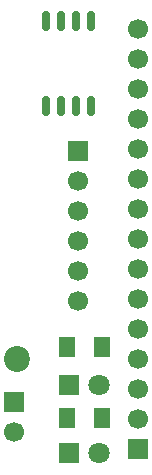
<source format=gbr>
%TF.GenerationSoftware,KiCad,Pcbnew,9.0.2+dfsg-1*%
%TF.CreationDate,2025-10-31T17:19:15+01:00*%
%TF.ProjectId,attiny,61747469-6e79-42e6-9b69-6361645f7063,rev?*%
%TF.SameCoordinates,Original*%
%TF.FileFunction,Soldermask,Top*%
%TF.FilePolarity,Negative*%
%FSLAX46Y46*%
G04 Gerber Fmt 4.6, Leading zero omitted, Abs format (unit mm)*
G04 Created by KiCad (PCBNEW 9.0.2+dfsg-1) date 2025-10-31 17:19:15*
%MOMM*%
%LPD*%
G01*
G04 APERTURE LIST*
G04 Aperture macros list*
%AMRoundRect*
0 Rectangle with rounded corners*
0 $1 Rounding radius*
0 $2 $3 $4 $5 $6 $7 $8 $9 X,Y pos of 4 corners*
0 Add a 4 corners polygon primitive as box body*
4,1,4,$2,$3,$4,$5,$6,$7,$8,$9,$2,$3,0*
0 Add four circle primitives for the rounded corners*
1,1,$1+$1,$2,$3*
1,1,$1+$1,$4,$5*
1,1,$1+$1,$6,$7*
1,1,$1+$1,$8,$9*
0 Add four rect primitives between the rounded corners*
20,1,$1+$1,$2,$3,$4,$5,0*
20,1,$1+$1,$4,$5,$6,$7,0*
20,1,$1+$1,$6,$7,$8,$9,0*
20,1,$1+$1,$8,$9,$2,$3,0*%
G04 Aperture macros list end*
%ADD10R,1.800000X1.800000*%
%ADD11C,1.800000*%
%ADD12RoundRect,0.250001X-0.462499X-0.624999X0.462499X-0.624999X0.462499X0.624999X-0.462499X0.624999X0*%
%ADD13R,1.700000X1.700000*%
%ADD14C,1.700000*%
%ADD15C,2.200000*%
%ADD16RoundRect,0.162500X-0.162500X0.650000X-0.162500X-0.650000X0.162500X-0.650000X0.162500X0.650000X0*%
G04 APERTURE END LIST*
D10*
%TO.C,D1*%
X151660000Y-80800000D03*
D11*
X154200000Y-80800000D03*
%TD*%
D10*
%TO.C,D2*%
X151600000Y-86600000D03*
D11*
X154140000Y-86600000D03*
%TD*%
D12*
%TO.C,R2*%
X151425000Y-83600000D03*
X154400000Y-83600000D03*
%TD*%
D13*
%TO.C,J3*%
X147000000Y-82260000D03*
D14*
X147000000Y-84800000D03*
%TD*%
D12*
%TO.C,R1*%
X151425000Y-77600000D03*
X154400000Y-77600000D03*
%TD*%
D13*
%TO.C,J1*%
X152400000Y-61050000D03*
D14*
X152400000Y-63590000D03*
X152400000Y-66130000D03*
X152400000Y-68670000D03*
X152400000Y-71210000D03*
X152400000Y-73750000D03*
%TD*%
D15*
%TO.C,J4*%
X147200000Y-78600000D03*
%TD*%
D16*
%TO.C,U1*%
X153540000Y-50000000D03*
X152270000Y-50000000D03*
X151000000Y-50000000D03*
X149730000Y-50000000D03*
X149730000Y-57175000D03*
X151000000Y-57175000D03*
X152270000Y-57175000D03*
X153540000Y-57175000D03*
%TD*%
D13*
%TO.C,J2*%
X157500000Y-86280000D03*
D14*
X157500000Y-83740000D03*
X157500000Y-81200000D03*
X157500000Y-78660000D03*
X157500000Y-76120000D03*
X157500000Y-73580000D03*
X157500000Y-71040000D03*
X157500000Y-68500000D03*
X157500000Y-65960000D03*
X157500000Y-63420000D03*
X157500000Y-60880000D03*
X157500000Y-58340000D03*
X157500000Y-55800000D03*
X157500000Y-53260000D03*
X157500000Y-50720000D03*
%TD*%
M02*

</source>
